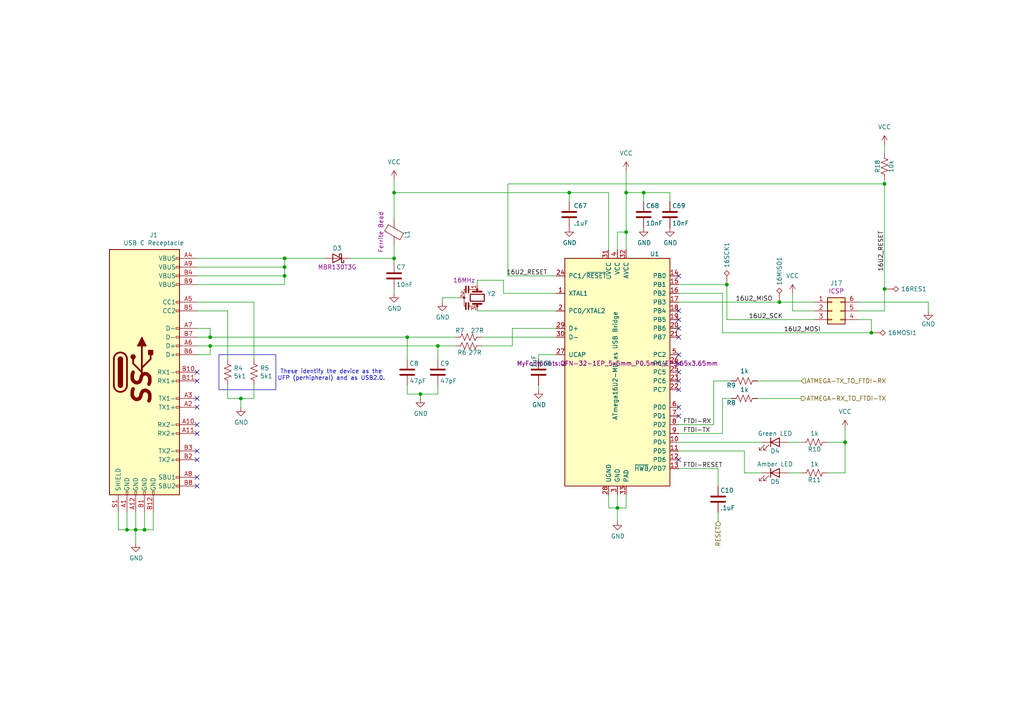
<source format=kicad_sch>
(kicad_sch (version 20231120) (generator "eeschema") (generator_version "8.0")
  (paper "A4")
  (title_block (title "RCP USB PORT & BRIDGE "))
  (lib_symbols
    (symbol "Connector:TestPoint_Alt" (pin_numbers hide) (pin_names (offset 0.762) hide)
      (property "Reference" "TP" (at 0 6.858 0))
      (property "Value" "TestPoint_Alt" (at 0 5.08 0))
      (symbol "TestPoint_Alt_0_1"
        (polyline (pts (xy 0 2.54) (xy -0.762 3.302) (xy 0 4.064) (xy 0.762 3.302) (xy 0 2.54)))
      )
      (symbol "TestPoint_Alt_1_1"
        (pin passive line (at 0 0 90) (length 2.54) (name "1") (number "1"))
      )
    )
    (symbol "Connector_Generic:Conn_02x03_Counter_Clockwise" (pin_names (offset 1.016) hide)
      (property "Reference" "J" (at 1.27 5.08 0))
      (property "Value" "Conn_02x03_Counter_Clockwise" (at 1.27 -5.08 0))
      (symbol "Conn_02x03_Counter_Clockwise_1_1"
        (rectangle (start -1.27 -2.413) (end 0 -2.667) (stroke (width 0.1524)))
        (rectangle (start -1.27 0.127) (end 0 -0.127) (stroke (width 0.1524)))
        (rectangle (start -1.27 2.667) (end 0 2.413) (stroke (width 0.1524)))
        (rectangle (start -1.27 3.81) (end 3.81 -3.81) (stroke (width 0.254)) (fill (type background)))
        (rectangle (start 3.81 -2.413) (end 2.54 -2.667) (stroke (width 0.1524)))
        (rectangle (start 3.81 0.127) (end 2.54 -0.127) (stroke (width 0.1524)))
        (rectangle (start 3.81 2.667) (end 2.54 2.413) (stroke (width 0.1524)))
        (pin passive line (at -5.08 2.54 0) (length 3.81) (name "Pin_1") (number "1"))
        (pin passive line (at -5.08 0 0) (length 3.81) (name "Pin_2") (number "2"))
        (pin passive line (at -5.08 -2.54 0) (length 3.81) (name "Pin_3") (number "3"))
        (pin passive line (at 7.62 -2.54 180) (length 3.81) (name "Pin_4") (number "4"))
        (pin passive line (at 7.62 0 180) (length 3.81) (name "Pin_5") (number "5"))
        (pin passive line (at 7.62 2.54 180) (length 3.81) (name "Pin_6") (number "6"))
      )
    )
    (symbol "Device:C" (pin_numbers hide) (pin_names (offset 0.254))
      (property "Reference" "C" (at 0.635 2.54 0))
      (property "Value" "C" (at 0.635 -2.54 0))
      (symbol "C_0_1"
        (polyline (pts (xy -2.032 -0.762) (xy 2.032 -0.762)) (stroke (width 0.508)))
        (polyline (pts (xy -2.032 0.762) (xy 2.032 0.762)) (stroke (width 0.508)))
      )
      (symbol "C_1_1"
        (pin passive line (at 0 3.81 270) (length 2.794) (name "~") (number "1"))
        (pin passive line (at 0 -3.81 90) (length 2.794) (name "~") (number "2"))
      )
    )
    (symbol "Device:D_Schottky" (pin_numbers hide) (pin_names (offset 1.016) hide)
      (property "Reference" "D" (at 0 2.54 0))
      (property "Value" "D_Schottky" (at 0 -2.54 0))
      (symbol "D_Schottky_0_1"
        (polyline (pts (xy 1.27 0) (xy -1.27 0)))
        (polyline (pts (xy 1.27 1.27) (xy 1.27 -1.27) (xy -1.27 0) (xy 1.27 1.27)) (stroke (width 0.254)))
        (polyline (pts (xy -1.905 0.635) (xy -1.905 1.27) (xy -1.27 1.27) (xy -1.27 -1.27) (xy -0.635 -1.27) (xy -0.635 -0.635)) (stroke (width 0.254)))
      )
      (symbol "D_Schottky_1_1"
        (pin passive line (at -3.81 0 0) (length 2.54) (name "K") (number "1"))
        (pin passive line (at 3.81 0 180) (length 2.54) (name "A") (number "2"))
      )
    )
    (symbol "Device:Ferrite_Bead" (pin_numbers hide) (pin_names (offset 0))
      (property "Reference" "FB" (at -3.81 0.635 90))
      (property "Value" "Device_Ferrite_Bead" (at 3.81 0 90))
      (symbol "Ferrite_Bead_0_1"
        (polyline (pts (xy 0 -1.27) (xy 0 -1.2192)))
        (polyline (pts (xy 0 1.27) (xy 0 1.2954)))
        (polyline (pts (xy -2.7686 0.4064) (xy -1.7018 2.2606) (xy 2.7686 -0.3048) (xy 1.6764 -2.159) (xy -2.7686 0.4064)))
      )
      (symbol "Ferrite_Bead_1_1"
        (pin passive line (at 0 3.81 270) (length 2.54) (name "~") (number "1"))
        (pin passive line (at 0 -3.81 90) (length 2.54) (name "~") (number "2"))
      )
    )
    (symbol "Device:LED" (pin_numbers hide) (pin_names (offset 1.016) hide)
      (property "Reference" "D" (at 0 2.54 0))
      (property "Value" "LED" (at 0 -2.54 0))
      (symbol "LED_0_1"
        (polyline (pts (xy -1.27 -1.27) (xy -1.27 1.27)) (stroke (width 0.254)))
        (polyline (pts (xy -1.27 0) (xy 1.27 0)))
        (polyline (pts (xy 1.27 -1.27) (xy 1.27 1.27) (xy -1.27 0) (xy 1.27 -1.27)) (stroke (width 0.254)))
        (polyline (pts (xy -3.048 -0.762) (xy -4.572 -2.286) (xy -3.81 -2.286) (xy -4.572 -2.286) (xy -4.572 -1.524)))
        (polyline (pts (xy -1.778 -0.762) (xy -3.302 -2.286) (xy -2.54 -2.286) (xy -3.302 -2.286) (xy -3.302 -1.524)))
      )
      (symbol "LED_1_1"
        (pin passive line (at -3.81 0 0) (length 2.54) (name "K") (number "1"))
        (pin passive line (at 3.81 0 180) (length 2.54) (name "A") (number "2"))
      )
    )
    (symbol "Device:R_US" (pin_numbers hide) (pin_names (offset 0))
      (property "Reference" "R" (at 2.54 0 90))
      (property "Value" "R_US" (at -2.54 0 90))
      (symbol "R_US_0_1"
        (polyline (pts (xy 0 -2.286) (xy 0 -2.54)))
        (polyline (pts (xy 0 2.286) (xy 0 2.54)))
        (polyline (pts (xy 0 -0.762) (xy 1.016 -1.143) (xy 0 -1.524) (xy -1.016 -1.905) (xy 0 -2.286)))
        (polyline (pts (xy 0 0.762) (xy 1.016 0.381) (xy 0 0) (xy -1.016 -0.381) (xy 0 -0.762)))
        (polyline (pts (xy 0 2.286) (xy 1.016 1.905) (xy 0 1.524) (xy -1.016 1.143) (xy 0 0.762)))
      )
      (symbol "R_US_1_1"
        (pin passive line (at 0 3.81 270) (length 1.27) (name "~") (number "1"))
        (pin passive line (at 0 -3.81 90) (length 1.27) (name "~") (number "2"))
      )
    )
    (symbol "Device:Resonator" (pin_names (offset 1.016) hide)
      (property "Reference" "Y" (at 0 5.715 0))
      (property "Value" "Resonator" (at 0 3.81 0))
      (symbol "Resonator_0_1"
        (rectangle (start -3.429 -3.175) (end -1.397 -3.429) (fill (type outline)))
        (rectangle (start -3.429 -2.413) (end -1.397 -2.667) (fill (type outline)))
        (circle (center -2.413 0) (radius 0.254) (fill (type outline)))
        (rectangle (start -1.016 2.032) (end 1.016 -2.032) (stroke (width 0.3048)))
        (circle (center 0 -3.81) (radius 0.254) (fill (type outline)))
        (polyline (pts (xy -2.413 -2.413) (xy -2.413 0)))
        (polyline (pts (xy -1.905 0) (xy -3.175 0)))
        (polyline (pts (xy -1.778 -1.27) (xy -1.778 1.27)) (stroke (width 0.508)))
        (polyline (pts (xy 1.778 -1.27) (xy 1.778 1.27)) (stroke (width 0.508)))
        (polyline (pts (xy 1.905 0) (xy 2.54 0)))
        (polyline (pts (xy 2.413 0) (xy 2.413 -2.54)))
        (polyline (pts (xy 2.413 -3.302) (xy 2.413 -3.81) (xy -2.413 -3.81) (xy -2.413 -3.302)))
        (rectangle (start 1.397 -3.175) (end 3.429 -3.429) (fill (type outline)))
        (rectangle (start 1.397 -2.413) (end 3.429 -2.667) (fill (type outline)))
        (circle (center 2.413 0) (radius 0.254) (fill (type outline)))
      )
      (symbol "Resonator_1_1"
        (pin passive line (at -3.81 0 0) (length 1.27) (name "1") (number "1"))
        (pin passive line (at 0 -5.08 90) (length 1.27) (name "2") (number "2"))
        (pin passive line (at 3.81 0 180) (length 1.27) (name "3") (number "3"))
      )
    )
    (symbol "MyLibrary:ATmega16U2-MU" (pin_names (offset 1.016))
      (property "Reference" "U" (at 8.89 33.02 0))
      (property "Value" "MyLibrary_ATmega16U2-MU" (at 0 0 0))
      (symbol "ATmega16U2-MU_1_1"
        (rectangle (start -15.24 -35.56) (end 15.24 30.48) (stroke (width 0.254)) (fill (type background)))
        (pin input line (at -17.78 20.32 0) (length 2.54) (name "XTAL1") (number "1"))
        (pin tri_state line (at 17.78 -22.86 180) (length 2.54) (name "PD4") (number "10"))
        (pin tri_state line (at 17.78 -25.4 180) (length 2.54) (name "PD5") (number "11"))
        (pin tri_state line (at 17.78 -27.94 180) (length 2.54) (name "PD6") (number "12"))
        (pin tri_state line (at 17.78 -30.48 180) (length 2.54) (name "~{HWB}/PD7") (number "13"))
        (pin tri_state line (at 17.78 25.4 180) (length 2.54) (name "PB0") (number "14"))
        (pin tri_state line (at 17.78 22.86 180) (length 2.54) (name "PB1") (number "15"))
        (pin tri_state line (at 17.78 20.32 180) (length 2.54) (name "PB2") (number "16"))
        (pin tri_state line (at 17.78 17.78 180) (length 2.54) (name "PB3") (number "17"))
        (pin tri_state line (at 17.78 15.24 180) (length 2.54) (name "PB4") (number "18"))
        (pin tri_state line (at 17.78 12.7 180) (length 2.54) (name "PB5") (number "19"))
        (pin tri_state line (at -17.78 15.24 0) (length 2.54) (name "PC0/XTAL2") (number "2"))
        (pin tri_state line (at 17.78 10.16 180) (length 2.54) (name "PB6") (number "20"))
        (pin tri_state line (at 17.78 7.62 180) (length 2.54) (name "PB7") (number "21"))
        (pin tri_state line (at 17.78 -7.62 180) (length 2.54) (name "PC7") (number "22"))
        (pin tri_state line (at 17.78 -5.08 180) (length 2.54) (name "PC6") (number "23"))
        (pin tri_state line (at -17.78 25.4 0) (length 2.54) (name "PC1/~{RESET}") (number "24"))
        (pin tri_state line (at 17.78 -2.54 180) (length 2.54) (name "PC5") (number "25"))
        (pin tri_state line (at 17.78 0 180) (length 2.54) (name "PC4") (number "26"))
        (pin passive line (at -17.78 2.54 0) (length 2.54) (name "UCAP") (number "27"))
        (pin power_in line (at -2.54 -38.1 90) (length 2.54) (name "UGND") (number "28"))
        (pin bidirectional line (at -17.78 10.16 0) (length 2.54) (name "D+") (number "29"))
        (pin power_in line (at 0 -38.1 90) (length 2.54) (name "GND") (number "3"))
        (pin bidirectional line (at -17.78 7.62 0) (length 2.54) (name "D-") (number "30"))
        (pin power_in line (at -2.54 33.02 270) (length 2.54) (name "UVCC") (number "31"))
        (pin power_in line (at 2.54 33.02 270) (length 2.54) (name "AVCC") (number "32"))
        (pin passive line (at 2.54 -38.1 90) (length 2.54) (name "PAD") (number "33"))
        (pin power_in line (at 0 33.02 270) (length 2.54) (name "VCC") (number "4"))
        (pin tri_state line (at 17.78 2.54 180) (length 2.54) (name "PC2") (number "5"))
        (pin tri_state line (at 17.78 -12.7 180) (length 2.54) (name "PD0") (number "6"))
        (pin tri_state line (at 17.78 -15.24 180) (length 2.54) (name "PD1") (number "7"))
        (pin tri_state line (at 17.78 -17.78 180) (length 2.54) (name "PD2") (number "8"))
        (pin tri_state line (at 17.78 -20.32 180) (length 2.54) (name "PD3") (number "9"))
      )
    )
    (symbol "RUSP_Mainboard-rescue:USB_C_Receptacle-Connector-4GRotaryCellPhone-rescue-4GRCP_Mainboard-rescue" (pin_names (offset 1.016))
      (property "Reference" "J" (at -10.16 36.83 0))
      (property "Value" "USB_C_Receptacle-Connector-4GRotaryCellPhone-rescue-4GRCP_Mainboard-rescue" (at 10.16 36.83 0))
      (symbol "USB_C_Receptacle-Connector-4GRotaryCellPhone-rescue-4GRCP_Mainboard-rescue_0_0"
        (rectangle (start -5.334 -35.56) (end -4.826 -34.544))
        (rectangle (start -2.794 -35.56) (end -2.286 -34.544))
        (rectangle (start -0.254 -35.56) (end 0.254 -34.544))
        (rectangle (start 2.286 -35.56) (end 2.794 -34.544))
        (rectangle (start 10.16 -32.766) (end 9.144 -33.274))
        (rectangle (start 10.16 -30.226) (end 9.144 -30.734))
        (rectangle (start 10.16 -25.146) (end 9.144 -25.654))
        (rectangle (start 10.16 -22.606) (end 9.144 -23.114))
        (rectangle (start 10.16 -17.526) (end 9.144 -18.034))
        (rectangle (start 10.16 -14.986) (end 9.144 -15.494))
        (rectangle (start 10.16 -9.906) (end 9.144 -10.414))
        (rectangle (start 10.16 -7.366) (end 9.144 -7.874))
        (rectangle (start 10.16 -2.286) (end 9.144 -2.794))
        (rectangle (start 10.16 0.254) (end 9.144 -0.254))
        (rectangle (start 10.16 5.334) (end 9.144 4.826))
        (rectangle (start 10.16 7.874) (end 9.144 7.366))
        (rectangle (start 10.16 10.414) (end 9.144 9.906))
        (rectangle (start 10.16 12.954) (end 9.144 12.446))
        (rectangle (start 10.16 18.034) (end 9.144 17.526))
        (rectangle (start 10.16 20.574) (end 9.144 20.066))
        (rectangle (start 10.16 25.654) (end 9.144 25.146))
        (rectangle (start 10.16 28.194) (end 9.144 27.686))
        (rectangle (start 10.16 30.734) (end 9.144 30.226))
        (rectangle (start 10.16 33.274) (end 9.144 32.766))
        (text "SS" (at -0.762 -4.445 900) (effects (font (size 5.08 5.08) (bold yes) (italic yes))))
      )
      (symbol "USB_C_Receptacle-Connector-4GRotaryCellPhone-rescue-4GRCP_Mainboard-rescue_0_1"
        (rectangle (start -10.16 35.56) (end 10.16 -35.56) (stroke (width 0.254)) (fill (type background)))
        (arc (start -8.89 -3.81) (mid -6.985 -5.7067) (end -5.08 -3.81) (stroke (width 0.508)))
        (arc (start -7.62 -3.81) (mid -6.985 -4.4423) (end -6.35 -3.81) (stroke (width 0.254)))
        (arc (start -7.62 -3.81) (mid -6.985 -4.4423) (end -6.35 -3.81) (stroke (width 0.254)) (fill (type outline)))
        (rectangle (start -7.62 -3.81) (end -6.35 3.81) (stroke (width 0.254)) (fill (type outline)))
        (arc (start -6.35 3.81) (mid -6.985 4.4423) (end -7.62 3.81) (stroke (width 0.254)))
        (arc (start -6.35 3.81) (mid -6.985 4.4423) (end -7.62 3.81) (stroke (width 0.254)) (fill (type outline)))
        (arc (start -5.08 3.81) (mid -6.985 5.7067) (end -8.89 3.81) (stroke (width 0.508)))
        (circle (center -3.302 4.445) (radius 0.635) (stroke (width 0.254)) (fill (type outline)))
        (polyline (pts (xy -8.89 -3.81) (xy -8.89 3.81)) (stroke (width 0.508)))
        (polyline (pts (xy -5.08 3.81) (xy -5.08 -3.81)) (stroke (width 0.508)))
        (polyline (pts (xy -0.762 -1.27) (xy -0.762 7.62)) (stroke (width 0.508)))
        (polyline (pts (xy -0.762 0) (xy -3.302 2.54) (xy -3.302 3.81)) (stroke (width 0.508)))
        (polyline (pts (xy -0.762 1.27) (xy 1.778 3.81) (xy 1.778 5.08)) (stroke (width 0.508)))
        (polyline (pts (xy -2.032 7.62) (xy -0.762 10.16) (xy 0.508 7.62) (xy -2.032 7.62)) (stroke (width 0.254)) (fill (type outline)))
        (rectangle (start 1.143 5.08) (end 2.413 6.35) (stroke (width 0.254)) (fill (type outline)))
      )
      (symbol "USB_C_Receptacle-Connector-4GRotaryCellPhone-rescue-4GRCP_Mainboard-rescue_1_1"
        (pin power_in line (at -5.08 -40.64 90) (length 5.08) (name "GND") (number "A1"))
        (pin bidirectional line (at 15.24 -15.24 180) (length 5.08) (name "RX2-") (number "A10"))
        (pin bidirectional line (at 15.24 -17.78 180) (length 5.08) (name "RX2+") (number "A11"))
        (pin power_in line (at -2.54 -40.64 90) (length 5.08) (name "GND") (number "A12"))
        (pin bidirectional line (at 15.24 -10.16 180) (length 5.08) (name "TX1+") (number "A2"))
        (pin bidirectional line (at 15.24 -7.62 180) (length 5.08) (name "TX1-") (number "A3"))
        (pin power_in line (at 15.24 33.02 180) (length 5.08) (name "VBUS") (number "A4"))
        (pin bidirectional line (at 15.24 20.32 180) (length 5.08) (name "CC1") (number "A5"))
        (pin bidirectional line (at 15.24 7.62 180) (length 5.08) (name "D+") (number "A6"))
        (pin bidirectional line (at 15.24 12.7 180) (length 5.08) (name "D-") (number "A7"))
        (pin bidirectional line (at 15.24 -30.48 180) (length 5.08) (name "SBU1") (number "A8"))
        (pin power_in line (at 15.24 30.48 180) (length 5.08) (name "VBUS") (number "A9"))
        (pin power_in line (at 0 -40.64 90) (length 5.08) (name "GND") (number "B1"))
        (pin bidirectional line (at 15.24 0 180) (length 5.08) (name "RX1-") (number "B10"))
        (pin bidirectional line (at 15.24 -2.54 180) (length 5.08) (name "RX1+") (number "B11"))
        (pin power_in line (at 2.54 -40.64 90) (length 5.08) (name "GND") (number "B12"))
        (pin bidirectional line (at 15.24 -25.4 180) (length 5.08) (name "TX2+") (number "B2"))
        (pin bidirectional line (at 15.24 -22.86 180) (length 5.08) (name "TX2-") (number "B3"))
        (pin power_in line (at 15.24 27.94 180) (length 5.08) (name "VBUS") (number "B4"))
        (pin bidirectional line (at 15.24 17.78 180) (length 5.08) (name "CC2") (number "B5"))
        (pin bidirectional line (at 15.24 5.08 180) (length 5.08) (name "D+") (number "B6"))
        (pin bidirectional line (at 15.24 10.16 180) (length 5.08) (name "D-") (number "B7"))
        (pin bidirectional line (at 15.24 -33.02 180) (length 5.08) (name "SBU2") (number "B8"))
        (pin power_in line (at 15.24 25.4 180) (length 5.08) (name "VBUS") (number "B9"))
        (pin passive line (at -7.62 -40.64 90) (length 5.08) (name "SHIELD") (number "S1"))
      )
    )
    (symbol "power:GND" (power) (pin_names (offset 0))
      (property "Value" "GND" (at 0 -3.81 0))
      (symbol "GND_0_1"
        (polyline (pts (xy 0 0) (xy 0 -1.27) (xy 1.27 -1.27) (xy 0 -2.54) (xy -1.27 -1.27) (xy 0 -1.27)))
      )
      (symbol "GND_1_1"
        (pin power_in line (at 0 0 270) (length 0) hide (name "GND") (number "1"))
      )
    )
    (symbol "power:VCC" (power) (pin_names (offset 0))
      (property "Value" "VCC" (at 0 3.81 0))
      (symbol "VCC_0_1"
        (polyline (pts (xy -0.762 1.27) (xy 0 2.54)))
        (polyline (pts (xy 0 0) (xy 0 2.54)))
        (polyline (pts (xy 0 2.54) (xy 0.762 1.27)))
      )
      (symbol "VCC_1_1"
        (pin power_in line (at 0 0 90) (length 0) hide (name "VCC") (number "1"))
      )
    )
  )
  (junction (at 179.07 147.32))
  (junction (at 60.96 100.33))
  (junction (at 186.69 55.88))
  (junction (at 127 100.33))
  (junction (at 82.55 74.93))
  (junction (at 41.91 153.67))
  (junction (at 165.1 55.88))
  (junction (at 114.3 55.88))
  (junction (at 121.92 114.3))
  (junction (at 181.61 55.88))
  (junction (at 210.82 82.55))
  (junction (at 114.3 74.93))
  (junction (at 256.54 83.82))
  (junction (at 252.73 96.52))
  (junction (at 39.37 153.67))
  (junction (at 82.55 80.01))
  (junction (at 245.11 128.27))
  (junction (at 181.61 67.31))
  (junction (at 226.06 87.63))
  (junction (at 82.55 77.47))
  (junction (at 69.85 115.57))
  (junction (at 60.96 97.79))
  (junction (at 118.11 97.79))
  (junction (at 256.54 53.34))
  (junction (at 36.83 153.67))
  (no_connect (at 57.15 123.19))
  (no_connect (at 196.85 90.17))
  (no_connect (at 196.85 92.71))
  (no_connect (at 57.15 130.81))
  (no_connect (at 57.15 107.95))
  (no_connect (at 196.85 95.25))
  (no_connect (at 57.15 115.57))
  (no_connect (at 196.85 113.03))
  (no_connect (at 196.85 118.11))
  (no_connect (at 196.85 107.95))
  (no_connect (at 196.85 110.49))
  (no_connect (at 57.15 110.49))
  (no_connect (at 196.85 97.79))
  (no_connect (at 57.15 133.35))
  (no_connect (at 57.15 125.73))
  (no_connect (at 196.85 102.87))
  (no_connect (at 196.85 120.65))
  (no_connect (at 196.85 105.41))
  (no_connect (at 196.85 80.01))
  (no_connect (at 57.15 138.43))
  (no_connect (at 57.15 118.11))
  (no_connect (at 57.15 140.97))
  (no_connect (at 196.85 133.35))
  (wire (pts (xy 196.85 130.81) (xy 215.9 130.81)))
  (wire (pts (xy 156.21 102.87) (xy 161.29 102.87)))
  (wire (pts (xy 196.85 128.27) (xy 220.98 128.27)))
  (wire (pts (xy 208.28 151.13) (xy 208.28 148.59)))
  (wire (pts (xy 256.54 41.91) (xy 256.54 44.45)))
  (wire (pts (xy 209.55 85.09) (xy 209.55 96.52)))
  (wire (pts (xy 114.3 74.93) (xy 114.3 71.12)))
  (wire (pts (xy 248.92 90.17) (xy 256.54 90.17)))
  (wire (pts (xy 179.07 72.39) (xy 179.07 67.31)))
  (wire (pts (xy 82.55 74.93) (xy 93.98 74.93)))
  (wire (pts (xy 186.69 55.88) (xy 194.31 55.88)))
  (wire (pts (xy 161.29 90.17) (xy 138.43 90.17)))
  (wire (pts (xy 82.55 74.93) (xy 57.15 74.93)))
  (wire (pts (xy 229.87 90.17) (xy 236.22 90.17)))
  (wire (pts (xy 118.11 111.76) (xy 118.11 114.3)))
  (wire (pts (xy 114.3 52.07) (xy 114.3 55.88)))
  (wire (pts (xy 196.85 123.19) (xy 207.01 123.19)))
  (wire (pts (xy 165.1 55.88) (xy 114.3 55.88)))
  (wire (pts (xy 147.32 80.01) (xy 161.29 80.01)))
  (wire (pts (xy 215.9 137.16) (xy 220.98 137.16)))
  (wire (pts (xy 256.54 53.34) (xy 147.32 53.34)))
  (wire (pts (xy 57.15 97.79) (xy 60.96 97.79)))
  (wire (pts (xy 179.07 67.31) (xy 181.61 67.31)))
  (wire (pts (xy 57.15 100.33) (xy 60.96 100.33)))
  (polyline (pts (xy 80.01 113.03) (xy 80.01 102.87)))
  (wire (pts (xy 228.6 137.16) (xy 232.41 137.16)))
  (wire (pts (xy 179.07 147.32) (xy 181.61 147.32)))
  (wire (pts (xy 127 100.33) (xy 132.08 100.33)))
  (wire (pts (xy 82.55 80.01) (xy 82.55 77.47)))
  (wire (pts (xy 256.54 90.17) (xy 256.54 83.82)))
  (wire (pts (xy 229.87 85.09) (xy 229.87 90.17)))
  (wire (pts (xy 82.55 82.55) (xy 82.55 80.01)))
  (wire (pts (xy 36.83 153.67) (xy 39.37 153.67)))
  (wire (pts (xy 207.01 110.49) (xy 212.09 110.49)))
  (wire (pts (xy 114.3 55.88) (xy 114.3 63.5)))
  (wire (pts (xy 209.55 115.57) (xy 209.55 125.73)))
  (wire (pts (xy 176.53 143.51) (xy 176.53 147.32)))
  (wire (pts (xy 148.59 100.33) (xy 148.59 95.25)))
  (wire (pts (xy 181.61 55.88) (xy 186.69 55.88)))
  (wire (pts (xy 209.55 115.57) (xy 212.09 115.57)))
  (wire (pts (xy 245.11 124.46) (xy 245.11 128.27)))
  (wire (pts (xy 57.15 82.55) (xy 82.55 82.55)))
  (wire (pts (xy 245.11 137.16) (xy 240.03 137.16)))
  (wire (pts (xy 176.53 72.39) (xy 176.53 55.88)))
  (wire (pts (xy 57.15 80.01) (xy 82.55 80.01)))
  (wire (pts (xy 215.9 130.81) (xy 215.9 137.16)))
  (wire (pts (xy 256.54 53.34) (xy 256.54 52.07)))
  (wire (pts (xy 127 104.14) (xy 127 100.33)))
  (wire (pts (xy 210.82 82.55) (xy 196.85 82.55)))
  (wire (pts (xy 57.15 90.17) (xy 66.04 90.17)))
  (wire (pts (xy 60.96 97.79) (xy 118.11 97.79)))
  (wire (pts (xy 34.29 153.67) (xy 36.83 153.67)))
  (wire (pts (xy 208.28 135.89) (xy 208.28 140.97)))
  (wire (pts (xy 118.11 114.3) (xy 121.92 114.3)))
  (wire (pts (xy 138.43 82.55) (xy 138.43 81.28)))
  (wire (pts (xy 207.01 123.19) (xy 207.01 110.49)))
  (wire (pts (xy 148.59 95.25) (xy 161.29 95.25)))
  (wire (pts (xy 57.15 87.63) (xy 73.66 87.63)))
  (wire (pts (xy 176.53 55.88) (xy 165.1 55.88)))
  (wire (pts (xy 139.7 100.33) (xy 148.59 100.33)))
  (wire (pts (xy 248.92 92.71) (xy 252.73 92.71)))
  (wire (pts (xy 196.85 87.63) (xy 226.06 87.63)))
  (wire (pts (xy 209.55 125.73) (xy 196.85 125.73)))
  (wire (pts (xy 60.96 102.87) (xy 60.96 100.33)))
  (wire (pts (xy 139.7 97.79) (xy 161.29 97.79)))
  (wire (pts (xy 41.91 148.59) (xy 41.91 153.67)))
  (wire (pts (xy 73.66 115.57) (xy 73.66 111.76)))
  (wire (pts (xy 196.85 85.09) (xy 209.55 85.09)))
  (polyline (pts (xy 63.5 113.03) (xy 80.01 113.03)))
  (wire (pts (xy 60.96 100.33) (xy 127 100.33)))
  (wire (pts (xy 66.04 115.57) (xy 69.85 115.57)))
  (wire (pts (xy 181.61 67.31) (xy 181.61 72.39)))
  (wire (pts (xy 138.43 81.28) (xy 146.05 81.28)))
  (wire (pts (xy 210.82 92.71) (xy 210.82 82.55)))
  (wire (pts (xy 57.15 95.25) (xy 60.96 95.25)))
  (wire (pts (xy 181.61 55.88) (xy 181.61 49.53)))
  (wire (pts (xy 66.04 111.76) (xy 66.04 115.57)))
  (polyline (pts (xy 63.5 102.87) (xy 63.5 113.03)))
  (wire (pts (xy 66.04 90.17) (xy 66.04 104.14)))
  (wire (pts (xy 269.24 87.63) (xy 248.92 87.63)))
  (wire (pts (xy 245.11 128.27) (xy 245.11 137.16)))
  (wire (pts (xy 228.6 128.27) (xy 232.41 128.27)))
  (wire (pts (xy 165.1 58.42) (xy 165.1 55.88)))
  (wire (pts (xy 209.55 96.52) (xy 252.73 96.52)))
  (polyline (pts (xy 80.01 102.87) (xy 63.5 102.87)))
  (wire (pts (xy 57.15 77.47) (xy 82.55 77.47)))
  (wire (pts (xy 44.45 148.59) (xy 44.45 153.67)))
  (wire (pts (xy 114.3 76.2) (xy 114.3 74.93)))
  (wire (pts (xy 179.07 151.13) (xy 179.07 147.32)))
  (wire (pts (xy 179.07 143.51) (xy 179.07 147.32)))
  (wire (pts (xy 127 114.3) (xy 127 111.76)))
  (wire (pts (xy 256.54 83.82) (xy 256.54 53.34)))
  (wire (pts (xy 240.03 128.27) (xy 245.11 128.27)))
  (wire (pts (xy 73.66 87.63) (xy 73.66 104.14)))
  (wire (pts (xy 39.37 157.48) (xy 39.37 153.67)))
  (wire (pts (xy 226.06 87.63) (xy 236.22 87.63)))
  (wire (pts (xy 128.27 87.63) (xy 128.27 86.36)))
  (wire (pts (xy 57.15 102.87) (xy 60.96 102.87)))
  (wire (pts (xy 186.69 55.88) (xy 186.69 58.42)))
  (wire (pts (xy 121.92 115.57) (xy 121.92 114.3)))
  (wire (pts (xy 194.31 55.88) (xy 194.31 58.42)))
  (wire (pts (xy 156.21 104.14) (xy 156.21 102.87)))
  (wire (pts (xy 121.92 114.3) (xy 127 114.3)))
  (wire (pts (xy 118.11 104.14) (xy 118.11 97.79)))
  (wire (pts (xy 146.05 85.09) (xy 161.29 85.09)))
  (wire (pts (xy 60.96 95.25) (xy 60.96 97.79)))
  (wire (pts (xy 36.83 153.67) (xy 36.83 148.59)))
  (wire (pts (xy 114.3 85.09) (xy 114.3 83.82)))
  (wire (pts (xy 181.61 147.32) (xy 181.61 143.51)))
  (wire (pts (xy 41.91 153.67) (xy 44.45 153.67)))
  (wire (pts (xy 269.24 90.17) (xy 269.24 87.63)))
  (wire (pts (xy 39.37 153.67) (xy 41.91 153.67)))
  (wire (pts (xy 146.05 81.28) (xy 146.05 85.09)))
  (wire (pts (xy 196.85 135.89) (xy 208.28 135.89)))
  (wire (pts (xy 101.6 74.93) (xy 114.3 74.93)))
  (wire (pts (xy 252.73 96.52) (xy 252.73 92.71)))
  (wire (pts (xy 34.29 153.67) (xy 34.29 148.59)))
  (wire (pts (xy 82.55 77.47) (xy 82.55 74.93)))
  (wire (pts (xy 219.71 110.49) (xy 232.41 110.49)))
  (wire (pts (xy 118.11 97.79) (xy 132.08 97.79)))
  (wire (pts (xy 181.61 67.31) (xy 181.61 55.88)))
  (wire (pts (xy 69.85 115.57) (xy 73.66 115.57)))
  (wire (pts (xy 156.21 111.76) (xy 156.21 113.03)))
  (wire (pts (xy 210.82 92.71) (xy 236.22 92.71)))
  (wire (pts (xy 232.41 115.57) (xy 219.71 115.57)))
  (wire (pts (xy 176.53 147.32) (xy 179.07 147.32)))
  (wire (pts (xy 39.37 148.59) (xy 39.37 153.67)))
  (wire (pts (xy 147.32 53.34) (xy 147.32 80.01)))
  (wire (pts (xy 69.85 115.57) (xy 69.85 118.11)))
  (wire (pts (xy 128.27 86.36) (xy 133.35 86.36)))
  (text "These identify the device as the \nUFP (perhipheral) and as USB2.0." (at 111.76 110.49 0) (effects (font (size 1.1938 1.1938)) (justify right bottom)))
  (label "FTDI-TX" (at 198.12 125.73 0))
  (label "16U2_RESET" (at 256.54 78.74 90))
  (label "16U2_MOSI" (at 227.33 96.52 0))
  (label "16U2_RESET" (at 158.75 80.01 180))
  (label "16U2_MISO" (at 213.36 87.63 0))
  (label "16U2_SCK" (at 217.17 92.71 0))
  (label "FTDI-RX" (at 198.12 123.19 0))
  (label "FTDI-RESET" (at 198.12 135.89 0))
  (hierarchical_label "ATMEGA-TX_TO_FTDI-RX" (shape input) (at 232.41 110.49 0))
  (hierarchical_label "ATMEGA-RX_TO_FTDI-TX" (shape output) (at 232.41 115.57 0))
  (hierarchical_label "RESET" (shape input) (at 208.28 151.13 270))
  (symbol (lib_id "Device:R_US") (at 135.89 97.79 270) (unit 1)
    (property "Reference" "R7" (at 133.35 95.885 90))
    (property "Value" "27R" (at 138.43 95.885 90))
    (property "Footprint" "Resistor_SMD:R_0603_1608Metric" (effects (hide yes)))
    (property "Distrib. Name" "Digi-Key" (effects (hide yes)))
    (property "Distrib Part No." "RMCF0603JT27R0CT-ND " (effects (hide yes)))
  )
  (symbol (lib_id "Device:R_US") (at 135.89 100.33 270) (unit 1)
    (property "Reference" "R6" (at 133.985 102.235 90))
    (property "Value" "27R" (at 137.795 102.235 90))
    (property "Footprint" "Resistor_SMD:R_0603_1608Metric" (effects (hide yes)))
    (property "Distrib. Name" "Digi-Key" (effects (hide yes)))
    (property "Distrib Part No." "RMCF0603JT27R0CT-ND " (effects (hide yes)))
  )
  (symbol (lib_id "Device:C") (at 127 107.95 0) (unit 1)
    (property "Reference" "C9" (at 127.635 105.41 0) (effects (justify left)))
    (property "Value" "47pF" (at 127.635 110.49 0) (effects (justify left)))
    (property "Footprint" "Capacitor_SMD:C_0603_1608Metric" (effects (hide yes)))
    (property "Distrib. Name" "Digi-Key" (effects (hide yes)))
    (property "Distrib Part No." "399-7918-1-ND " (effects (hide yes)))
  )
  (symbol (lib_id "Device:C") (at 118.11 107.95 0) (unit 1)
    (property "Reference" "C8" (at 118.745 105.41 0) (effects (justify left)))
    (property "Value" "47pF" (at 118.745 110.49 0) (effects (justify left)))
    (property "Footprint" "Capacitor_SMD:C_0603_1608Metric" (effects (hide yes)))
    (property "Distrib. Name" "Digi-Key" (effects (hide yes)))
    (property "Distrib Part No." "399-7918-1-ND " (effects (hide yes)))
  )
  (symbol (lib_id "Device:R_US") (at 236.22 128.27 270) (unit 1)
    (property "Reference" "R10" (at 236.22 130.302 90))
    (property "Value" "1k" (at 236.22 125.73 90))
    (property "Footprint" "Resistor_SMD:R_0603_1608Metric" (effects (hide yes)))
    (property "Distrib. Name" "Digi-Key" (effects (hide yes)))
    (property "Distrib Part No." "P1.0KGCT-ND" (effects (hide yes)))
  )
  (symbol (lib_id "Device:LED") (at 224.79 128.27 0) (unit 1)
    (property "Reference" "D4" (at 224.79 130.81 0))
    (property "Value" "Green LED" (at 224.79 125.73 0))
    (property "Footprint" "LED_SMD:LED_0603_1608Metric_Castellated" (effects (hide yes)))
    (property "Mfg. Name" "OSRAM" (effects (hide yes)))
    (property "Mfg. Part No." "LT Q39G-Q1OO-25-1" (effects (hide yes)))
    (property "Distrib. Name" "DigiKey" (effects (hide yes)))
    (property "Distrib Part No." "475-3442-1-ND‎" (effects (hide yes)))
    (property "Color" "Rx/GREEN" (effects (hide yes)))
  )
  (symbol (lib_id "Device:R_US") (at 236.22 137.16 270) (unit 1)
    (property "Reference" "R11" (at 236.22 139.192 90))
    (property "Value" "1k" (at 236.22 134.62 90))
    (property "Footprint" "Resistor_SMD:R_0603_1608Metric" (effects (hide yes)))
    (property "Distrib. Name" "Digi-Key" (effects (hide yes)))
    (property "Distrib Part No." "P1.0KGCT-ND" (effects (hide yes)))
  )
  (symbol (lib_id "Device:LED") (at 224.79 137.16 0) (unit 1)
    (property "Reference" "D5" (at 224.79 139.7 0))
    (property "Value" "Amber LED" (at 224.79 134.62 0))
    (property "Footprint" "LED_SMD:LED_0603_1608Metric_Castellated" (effects (hide yes)))
    (property "Mfg. Name" "Inolux" (effects (hide yes)))
    (property "Mfg. Part No." "IN-S63AT5Y" (effects (hide yes)))
    (property "Distrib. Name" "DigiKey" (effects (hide yes)))
    (property "Distrib Part No." "1830-1066-1-ND‎" (effects (hide yes)))
    (property "Color" "Tx/YELLOW" (effects (hide yes)))
  )
  (symbol (lib_id "Device:Ferrite_Bead") (at 114.3 67.31 180) (unit 1)
    (property "Reference" "L1" (at 118.11 67.945 90))
    (property "Value" "Ferrite Bead for VBus" (effects (hide yes)))
    (property "Footprint" "Resistor_SMD:R_0805_2012Metric_Pad1.15x1.40mm_HandSolder" (effects (hide yes)))
    (property "Mfg. Name" "Laird" (effects (hide yes)))
    (property "Mfg. Part No." "MI0805K601R-10" (effects (hide yes)))
    (property "Distrib. Name" "DigiKey" (effects (hide yes)))
    (property "Distrib Part No." "240-2390-1-ND" (effects (hide yes)))
    (property "Label" "Ferrite Bead" (at 110.49 67.31 90))
  )
  (symbol (lib_id "Device:C") (at 114.3 80.01 0) (unit 1)
    (property "Reference" "C7" (at 114.935 77.47 0) (effects (justify left)))
    (property "Value" "10nF" (at 114.935 82.55 0) (effects (justify left)))
    (property "Footprint" "Capacitor_SMD:C_0603_1608Metric" (effects (hide yes)))
  )
  (symbol (lib_id "Device:C") (at 208.28 144.78 0) (unit 1)
    (property "Reference" "C10" (at 208.915 142.24 0) (effects (justify left)))
    (property "Value" ".1uF" (at 208.915 147.32 0) (effects (justify left)))
    (property "Footprint" "Capacitor_SMD:C_0603_1608Metric" (effects (hide yes)))
    (property "Distrib. Name" "Digi-Key" (effects (hide yes)))
    (property "Distrib Part No." "1276-1000-1-ND " (effects (hide yes)))
    (property "Label" "50V" (effects (hide yes)))
  )
  (symbol (lib_id "Device:R_US") (at 215.9 115.57 90) (unit 1)
    (property "Reference" "R8" (at 212.09 116.84 90))
    (property "Value" "1k" (at 215.9 113.03 90))
    (property "Footprint" "Resistor_SMD:R_0603_1608Metric" (effects (hide yes)))
    (property "Distrib. Name" "Digi-Key" (effects (hide yes)))
    (property "Distrib Part No." "P1.0KGCT-ND" (effects (hide yes)))
  )
  (symbol (lib_id "Device:R_US") (at 215.9 110.49 270) (unit 1)
    (property "Reference" "R9" (at 212.09 111.76 90))
    (property "Value" "1k" (at 215.9 107.5944 90))
    (property "Footprint" "Resistor_SMD:R_0603_1608Metric" (effects (hide yes)))
    (property "Distrib. Name" "Digi-Key" (effects (hide yes)))
    (property "Distrib Part No." "P1.0KGCT-ND" (effects (hide yes)))
  )
  (symbol (lib_id "Device:D_Schottky") (at 97.79 74.93 180) (unit 1)
    (property "Reference" "D3" (at 97.79 71.9836 0))
    (property "Value" "VBus Protection Schottky" (effects (hide yes)))
    (property "Footprint" "Diode_SMD:D_SOD-123" (effects (hide yes)))
    (property "Mfg. Name" "ON Semiconductor" (effects (hide yes)))
    (property "Mfg. Part No." "MBR130T3G" (at 97.79 77.47 0))
    (property "Distrib. Name" "DigiKey" (effects (hide yes)))
    (property "Distrib Part No." "MBR130T3GOSCT-ND" (effects (hide yes)))
  )
  (symbol (lib_id "power:GND") (at 69.85 118.11 0) (unit 1)
    (property "Reference" "#PWR0121" (effects (hide yes)))
    (property "Value" "GND" (at 69.977 122.5042 0))
  )
  (symbol (lib_id "power:GND") (at 121.92 115.57 0) (unit 1)
    (property "Reference" "#PWR0123" (effects (hide yes)))
    (property "Value" "GND" (at 122.047 119.9642 0))
  )
  (symbol (lib_id "RUSP_Mainboard-rescue:USB_C_Receptacle-Connector-4GRotaryCellPhone-rescue-4GRCP_Mainboard-rescue") (at 41.91 107.95 0) (unit 1)
    (property "Reference" "J1" (at 44.577 68.1482 0))
    (property "Value" "USB C Receptacle" (at 44.577 70.4596 0))
    (property "Footprint" "MyFootprints:USBC_CUI_UJ31-CH-G1-SMT-TR" (effects (hide yes)))
    (property "Datasheet" "https://www.cuidevices.com/product/resource/uj31-ch-g1-smt-tr.pdf" (effects (hide yes)))
    (property "Mfg. Name" "CUI" (effects (hide yes)))
    (property "Mfg. Part No." "UJ31-CH-G1-SMT-TR" (effects (hide yes)))
  )
  (symbol (lib_id "Device:R_US") (at 66.04 107.95 0) (unit 1)
    (property "Reference" "R4" (at 67.7672 106.7816 0) (effects (justify left)))
    (property "Value" "5k1" (at 67.7672 109.093 0) (effects (justify left)))
    (property "Footprint" "Resistor_SMD:R_0402_1005Metric" (effects (hide yes)))
    (property "Mfg. Name" "Yageo" (effects (hide yes)))
    (property "Mfg. Part No." "RC0402FR-075K1L" (effects (hide yes)))
  )
  (symbol (lib_id "Device:R_US") (at 73.66 107.95 0) (unit 1)
    (property "Reference" "R5" (at 75.3872 106.7816 0) (effects (justify left)))
    (property "Value" "5k1" (at 75.3872 109.093 0) (effects (justify left)))
    (property "Footprint" "Resistor_SMD:R_0402_1005Metric" (effects (hide yes)))
    (property "Mfg. Name" "Yageo" (effects (hide yes)))
    (property "Mfg. Part No." "RC0402FR-075K1L" (effects (hide yes)))
  )
  (symbol (lib_id "power:GND") (at 114.3 85.09 0) (unit 1)
    (property "Reference" "#PWR0151" (effects (hide yes)))
    (property "Value" "GND" (at 114.427 89.4842 0))
  )
  (symbol (lib_id "power:GND") (at 39.37 157.48 0) (unit 1)
    (property "Reference" "#PWR0152" (effects (hide yes)))
    (property "Value" "GND" (at 39.497 161.8742 0))
  )
  (symbol (lib_id "Device:C") (at 165.1 62.23 0) (unit 1)
    (property "Reference" "C67" (at 166.37 59.69 0) (effects (justify left)))
    (property "Value" ".1uF" (at 166.37 64.77 0) (effects (justify left)))
    (property "Footprint" "Capacitor_SMD:C_0603_1608Metric" (effects (hide yes)))
  )
  (symbol (lib_id "power:GND") (at 165.1 66.04 0) (unit 1)
    (property "Reference" "#PWR0149" (effects (hide yes)))
    (property "Value" "GND" (at 165.227 70.4342 0))
  )
  (symbol (lib_id "Connector_Generic:Conn_02x03_Counter_Clockwise") (at 241.3 90.17 0) (unit 1) (in_bom no)
    (property "Reference" "J17" (at 242.57 82.1182 0))
    (property "Value" "Conn_02x03_Counter_Clockwise" (effects (hide yes)))
    (property "Footprint" "MyFootprints:Tag-Connect_TC2030-IDC_MINIMAL" (effects (hide yes)))
    (property "Mfg. Name" "Tag-Connect" (effects (hide yes)))
    (property "Mfg. Part No." "Mating Connector: TC2030-IDC " (effects (hide yes)))
    (property "Label" "ICSP" (at 242.57 84.4296 0))
  )
  (symbol (lib_id "power:GND") (at 269.24 90.17 0) (unit 1)
    (property "Reference" "#PWR0234" (effects (hide yes)))
    (property "Value" "GND" (at 269.24 93.98 0))
  )
  (symbol (lib_id "Device:R_US") (at 256.54 48.26 180) (unit 1)
    (property "Reference" "R18" (at 254.508 48.26 90))
    (property "Value" "10k" (at 258.445 48.26 90))
    (property "Footprint" "Resistor_SMD:R_0603_1608Metric" (effects (hide yes)))
  )
  (symbol (lib_id "MyLibrary:ATmega16U2-MU") (at 179.07 105.41 0) (unit 1)
    (property "Reference" "U1" (at 189.865 73.66 0))
    (property "Value" "ATmega16U2-MU as USB Bridge" (at 178.435 106.045 90))
    (property "Footprint" "MyFootprints:QFN-32-1EP_5x5mm_P0.5mm_EP3.65x3.65mm" (at 179.07 105.41 0))
    (property "Mfg. Name" "ATmega" (effects (hide yes)))
    (property "Mfg. Part No." "ATmega16U2-MU" (effects (hide yes)))
  )
  (symbol (lib_id "power:GND") (at 179.07 151.13 0) (unit 1)
    (property "Reference" "#PWR0246" (effects (hide yes)))
    (property "Value" "GND" (at 179.197 155.5242 0))
  )
  (symbol (lib_id "Device:C") (at 156.21 107.95 0) (unit 1)
    (property "Reference" "C66" (at 156.21 105.41 0) (effects (justify left)))
    (property "Value" "1uF" (at 154.94 106.68 90) (effects (justify left)))
    (property "Footprint" "Capacitor_SMD:C_0402_1005Metric" (effects (hide yes)))
    (property "Mfg. Name" "Kemet" (effects (hide yes)))
    (property "Mfg. Part No." "C0402C105K9PACTU" (effects (hide yes)))
  )
  (symbol (lib_id "power:GND") (at 156.21 113.03 0) (unit 1)
    (property "Reference" "#PWR0247" (effects (hide yes)))
    (property "Value" "GND" (at 156.337 117.4242 0))
  )
  (symbol (lib_id "Device:C") (at 186.69 62.23 0) (unit 1)
    (property "Reference" "C68" (at 187.325 59.69 0) (effects (justify left)))
    (property "Value" "10nF" (at 187.325 64.77 0) (effects (justify left)))
    (property "Footprint" "Capacitor_SMD:C_0603_1608Metric" (effects (hide yes)))
  )
  (symbol (lib_id "Device:C") (at 194.31 62.23 0) (unit 1)
    (property "Reference" "C69" (at 194.945 59.69 0) (effects (justify left)))
    (property "Value" "10nF" (at 194.945 64.77 0) (effects (justify left)))
    (property "Footprint" "Capacitor_SMD:C_0603_1608Metric" (effects (hide yes)))
  )
  (symbol (lib_id "power:GND") (at 186.69 66.04 0) (unit 1)
    (property "Reference" "#PWR0248" (effects (hide yes)))
    (property "Value" "GND" (at 186.817 70.4342 0))
  )
  (symbol (lib_id "power:GND") (at 194.31 66.04 0) (unit 1)
    (property "Reference" "#PWR0249" (effects (hide yes)))
    (property "Value" "GND" (at 194.437 70.4342 0))
  )
  (symbol (lib_id "Device:Resonator") (at 138.43 86.36 270) (unit 1)
    (property "Reference" "Y2" (at 141.2494 85.1916 90) (effects (justify left)))
    (property "Value" "16MHz Resonator" (effects (hide yes)))
    (property "Footprint" "MyFootprints:AWSCR-16.00CV-T" (effects (hide yes)))
    (property "Mfg. Part No." "AWSCR-16.00CV-T" (effects (hide yes)))
    (property "Label" "16MHz" (at 134.62 81.28 90))
  )
  (symbol (lib_id "power:GND") (at 128.27 87.63 0) (unit 1)
    (property "Reference" "#PWR0250" (effects (hide yes)))
    (property "Value" "GND" (at 128.397 92.0242 0))
  )
  (symbol (lib_id "power:VCC") (at 245.11 124.46 0) (unit 1)
    (property "Reference" "#PWR018" (effects (hide yes)))
    (property "Value" "VCC" (at 245.11 119.38 0))
  )
  (symbol (lib_id "power:VCC") (at 229.87 85.09 0) (unit 1)
    (property "Reference" "#PWR019" (effects (hide yes)))
    (property "Value" "VCC" (at 229.87 80.01 0))
  )
  (symbol (lib_id "Connector:TestPoint_Alt") (at 252.73 96.52 270) (unit 1) (in_bom no)
    (property "Reference" "16MOSI1" (at 257.5052 96.52 90) (effects (justify left)))
    (property "Value" "TestPoint_Alt" (effects (hide yes)))
    (property "Footprint" "TestPoint:TestPoint_Pad_D1.5mm" (effects (hide yes)))
  )
  (symbol (lib_id "power:VCC") (at 181.61 49.53 0) (unit 1)
    (property "Reference" "#PWR010" (effects (hide yes)))
    (property "Value" "VCC" (at 181.61 44.45 0))
  )
  (symbol (lib_id "Connector:TestPoint_Alt") (at 256.54 83.82 270) (unit 1) (in_bom no)
    (property "Reference" "16RES1" (at 261.3152 83.82 90) (effects (justify left)))
    (property "Value" "TestPoint_Alt" (effects (hide yes)))
    (property "Footprint" "TestPoint:TestPoint_Pad_D1.5mm" (effects (hide yes)))
  )
  (symbol (lib_id "power:VCC") (at 256.54 41.91 0) (unit 1)
    (property "Reference" "#PWR011" (effects (hide yes)))
    (property "Value" "VCC" (at 256.54 36.83 0))
  )
  (symbol (lib_id "Connector:TestPoint_Alt") (at 226.06 87.63 0) (unit 1) (in_bom no)
    (property "Reference" "16MISO1" (at 226.06 82.8548 90) (effects (justify left)))
    (property "Value" "TestPoint_Alt" (effects (hide yes)))
    (property "Footprint" "TestPoint:TestPoint_Pad_D1.5mm" (effects (hide yes)))
  )
  (symbol (lib_id "power:VCC") (at 114.3 52.07 0) (unit 1)
    (property "Reference" "#PWR09" (effects (hide yes)))
    (property "Value" "VCC" (at 114.3 46.99 0))
  )
  (symbol (lib_id "Connector:TestPoint_Alt") (at 210.82 82.55 0) (unit 1) (in_bom no)
    (property "Reference" "16SCK1" (at 210.82 77.7748 90) (effects (justify left)))
    (property "Value" "TestPoint_Alt" (effects (hide yes)))
    (property "Footprint" "TestPoint:TestPoint_Pad_D1.5mm" (effects (hide yes)))
  )
)
</source>
